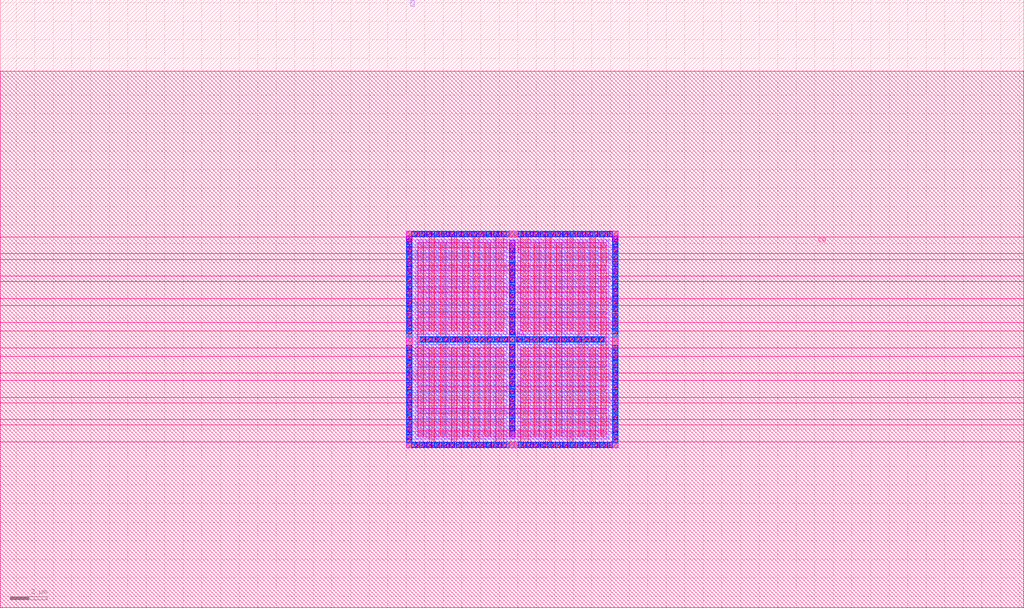
<source format=lef>
# Copyright 2020 The SkyWater PDK Authors
#
# Licensed under the Apache License, Version 2.0 (the "License");
# you may not use this file except in compliance with the License.
# You may obtain a copy of the License at
#
#     https://www.apache.org/licenses/LICENSE-2.0
#
# Unless required by applicable law or agreed to in writing, software
# distributed under the License is distributed on an "AS IS" BASIS,
# WITHOUT WARRANTIES OR CONDITIONS OF ANY KIND, either express or implied.
# See the License for the specific language governing permissions and
# limitations under the License.
#
# SPDX-License-Identifier: Apache-2.0

VERSION 5.7 ;
  NOWIREEXTENSIONATPIN ON ;
  DIVIDERCHAR "/" ;
  BUSBITCHARS "[]" ;
MACRO sky130_fd_pr__cap_vpp_11p5x11p7_l1m1m2m3m4_shieldpom5_x8
  CLASS BLOCK ;
  FOREIGN sky130_fd_pr__cap_vpp_11p5x11p7_l1m1m2m3m4_shieldpom5_x8 ;
  ORIGIN  21.85000  8.605000 ;
  SIZE  55.11000 BY  32.76500 ;
  PIN C0
    PORT
      LAYER met4 ;
        RECT -21.850000 -8.605000 33.260000  0.330000 ;
        RECT -21.850000  0.330000  0.330000  1.230000 ;
        RECT -21.850000  1.230000  5.240000  1.530000 ;
        RECT -21.850000  1.530000  0.330000  2.430000 ;
        RECT -21.850000  2.430000  5.240000  2.730000 ;
        RECT -21.850000  2.730000  0.330000  3.630000 ;
        RECT -21.850000  3.630000  5.240000  4.030000 ;
        RECT -21.850000  4.030000  0.330000  4.930000 ;
        RECT -21.850000  4.930000  5.240000  5.380000 ;
        RECT -21.850000  5.380000  0.330000  6.310000 ;
        RECT -21.850000  6.310000  5.240000  6.760000 ;
        RECT -21.850000  6.760000  0.330000  7.660000 ;
        RECT -21.850000  7.660000  5.240000  8.060000 ;
        RECT -21.850000  8.060000  0.330000  8.960000 ;
        RECT -21.850000  8.960000  5.240000  9.260000 ;
        RECT -21.850000  9.260000  0.330000 10.160000 ;
        RECT -21.850000 10.160000  5.240000 10.460000 ;
        RECT -21.850000 10.460000  0.330000 11.360000 ;
        RECT -21.850000 11.360000 33.260000 20.295000 ;
        RECT   6.170000  1.230000 33.260000  1.530000 ;
        RECT   6.170000  2.430000 33.260000  2.730000 ;
        RECT   6.170000  3.630000 33.260000  4.030000 ;
        RECT   6.170000  4.930000 33.260000  5.380000 ;
        RECT   6.170000  6.310000 33.260000  6.760000 ;
        RECT   6.170000  7.660000 33.260000  8.060000 ;
        RECT   6.170000  8.960000 33.260000  9.260000 ;
        RECT   6.170000 10.160000 33.260000 10.460000 ;
        RECT  11.080000  0.330000 33.260000  1.230000 ;
        RECT  11.080000  1.530000 33.260000  2.430000 ;
        RECT  11.080000  2.730000 33.260000  3.630000 ;
        RECT  11.080000  4.030000 33.260000  4.930000 ;
        RECT  11.080000  5.380000 33.260000  6.310000 ;
        RECT  11.080000  6.760000 33.260000  7.660000 ;
        RECT  11.080000  8.060000 33.260000  8.960000 ;
        RECT  11.080000  9.260000 33.260000 10.160000 ;
        RECT  11.080000 10.460000 33.260000 11.360000 ;
    END
  END C0
  PIN C1
    PORT
      LAYER met4 ;
        RECT 0.630000  0.630000 10.780000  0.930000 ;
        RECT 0.630000  1.830000 10.780000  2.130000 ;
        RECT 0.630000  3.030000 10.780000  3.330000 ;
        RECT 0.630000  4.330000 10.780000  4.630000 ;
        RECT 0.630000  5.680000 10.780000  6.010000 ;
        RECT 0.630000  7.060000 10.780000  7.360000 ;
        RECT 0.630000  8.360000 10.780000  8.660000 ;
        RECT 0.630000  9.560000 10.780000  9.860000 ;
        RECT 0.630000 10.760000 10.780000 11.060000 ;
        RECT 5.540000  0.930000  5.870000  1.830000 ;
        RECT 5.540000  2.130000  5.870000  3.030000 ;
        RECT 5.540000  3.330000  5.870000  4.330000 ;
        RECT 5.540000  4.630000  5.870000  5.680000 ;
        RECT 5.540000  6.010000  5.870000  7.060000 ;
        RECT 5.540000  7.360000  5.870000  8.360000 ;
        RECT 5.540000  8.660000  5.870000  9.560000 ;
        RECT 5.540000  9.860000  5.870000 10.760000 ;
    END
  END C1
  PIN M5A
    PORT
      LAYER met5 ;
        RECT 0.000000 0.000000 11.410000 11.690000 ;
    END
  END M5A
  PIN SUB
    ANTENNADIFFAREA  0.168100 ;
    PORT
      LAYER li1 ;
        RECT 0.250000 23.790000 0.420000 24.120000 ;
    END
  END SUB
  OBS
    LAYER li1 ;
      RECT  0.000000  0.000000 11.410000  0.330000 ;
      RECT  0.000000  0.330000  0.330000  0.860000 ;
      RECT  0.000000  0.860000  5.400000  1.030000 ;
      RECT  0.000000  1.030000  0.330000  1.560000 ;
      RECT  0.000000  1.560000  5.400000  1.730000 ;
      RECT  0.000000  1.730000  0.330000  2.260000 ;
      RECT  0.000000  2.260000  5.400000  2.430000 ;
      RECT  0.000000  2.430000  0.330000  2.960000 ;
      RECT  0.000000  2.960000  5.400000  3.130000 ;
      RECT  0.000000  3.130000  0.330000  3.660000 ;
      RECT  0.000000  3.660000  5.400000  3.830000 ;
      RECT  0.000000  3.830000  0.330000  4.360000 ;
      RECT  0.000000  4.360000  5.400000  4.530000 ;
      RECT  0.000000  4.530000  0.330000  5.060000 ;
      RECT  0.000000  5.060000  5.400000  5.230000 ;
      RECT  0.000000  5.230000  0.330000  5.760000 ;
      RECT  0.000000  5.760000  5.400000  5.930000 ;
      RECT  0.000000  5.930000  0.330000  6.460000 ;
      RECT  0.000000  6.460000  5.400000  6.630000 ;
      RECT  0.000000  6.630000  0.330000  7.150000 ;
      RECT  0.000000  7.150000  5.400000  7.330000 ;
      RECT  0.000000  7.330000  0.330000  7.860000 ;
      RECT  0.000000  7.860000  5.400000  8.030000 ;
      RECT  0.000000  8.030000  0.330000  8.560000 ;
      RECT  0.000000  8.560000  5.400000  8.730000 ;
      RECT  0.000000  8.730000  0.330000  9.260000 ;
      RECT  0.000000  9.260000  5.400000  9.430000 ;
      RECT  0.000000  9.430000  0.330000  9.960000 ;
      RECT  0.000000  9.960000  5.400000 10.130000 ;
      RECT  0.000000 10.130000  0.330000 10.660000 ;
      RECT  0.000000 10.660000  5.400000 10.830000 ;
      RECT  0.000000 10.830000  0.330000 11.360000 ;
      RECT  0.000000 11.360000 11.410000 11.690000 ;
      RECT  0.500000  0.500000 10.905000  0.690000 ;
      RECT  0.500000  1.200000 10.905000  1.390000 ;
      RECT  0.500000  1.900000 10.905000  2.090000 ;
      RECT  0.500000  2.600000 10.905000  2.790000 ;
      RECT  0.500000  3.300000 10.905000  3.490000 ;
      RECT  0.500000  4.000000 10.905000  4.190000 ;
      RECT  0.500000  4.700000 10.905000  4.890000 ;
      RECT  0.500000  5.400000 10.905000  5.590000 ;
      RECT  0.500000  6.100000 10.905000  6.290000 ;
      RECT  0.500000  6.800000 10.905000  6.980000 ;
      RECT  0.500000  7.500000 10.905000  7.690000 ;
      RECT  0.500000  8.200000 10.905000  8.390000 ;
      RECT  0.500000  8.900000 10.905000  9.090000 ;
      RECT  0.500000  9.600000 10.905000  9.790000 ;
      RECT  0.500000 10.300000 10.905000 10.490000 ;
      RECT  0.500000 11.000000 10.905000 11.190000 ;
      RECT  5.570000  0.690000  5.840000  1.200000 ;
      RECT  5.570000  1.390000  5.840000  1.900000 ;
      RECT  5.570000  2.090000  5.840000  2.600000 ;
      RECT  5.570000  2.790000  5.840000  3.300000 ;
      RECT  5.570000  3.490000  5.840000  4.000000 ;
      RECT  5.570000  4.190000  5.840000  4.700000 ;
      RECT  5.570000  4.890000  5.840000  5.400000 ;
      RECT  5.570000  5.590000  5.840000  6.100000 ;
      RECT  5.570000  6.290000  5.840000  6.800000 ;
      RECT  5.570000  6.980000 10.905000  6.990000 ;
      RECT  5.570000  6.990000  5.840000  7.500000 ;
      RECT  5.570000  7.690000  5.840000  8.200000 ;
      RECT  5.570000  8.390000  5.840000  8.900000 ;
      RECT  5.570000  9.090000  5.840000  9.600000 ;
      RECT  5.570000  9.790000  5.840000 10.300000 ;
      RECT  5.570000 10.490000  5.840000 11.000000 ;
      RECT  6.010000  0.860000 11.410000  1.030000 ;
      RECT  6.010000  1.560000 11.410000  1.730000 ;
      RECT  6.010000  2.260000 11.410000  2.430000 ;
      RECT  6.010000  2.960000 11.410000  3.130000 ;
      RECT  6.010000  3.660000 11.410000  3.830000 ;
      RECT  6.010000  4.360000 11.410000  4.530000 ;
      RECT  6.010000  5.060000 11.410000  5.230000 ;
      RECT  6.010000  5.760000 11.410000  5.930000 ;
      RECT  6.010000  6.460000 11.410000  6.630000 ;
      RECT  6.010000  7.160000 11.410000  7.330000 ;
      RECT  6.010000  7.860000 11.410000  8.030000 ;
      RECT  6.010000  8.560000 11.410000  8.730000 ;
      RECT  6.010000  9.260000 11.410000  9.430000 ;
      RECT  6.010000  9.960000 11.410000 10.130000 ;
      RECT  6.010000 10.660000 11.410000 10.830000 ;
      RECT 11.080000  0.330000 11.410000  0.860000 ;
      RECT 11.080000  1.030000 11.410000  1.560000 ;
      RECT 11.080000  1.730000 11.410000  2.260000 ;
      RECT 11.080000  2.430000 11.410000  2.960000 ;
      RECT 11.080000  3.130000 11.410000  3.660000 ;
      RECT 11.080000  3.830000 11.410000  4.360000 ;
      RECT 11.080000  4.530000 11.410000  5.060000 ;
      RECT 11.080000  5.230000 11.410000  5.760000 ;
      RECT 11.080000  5.930000 11.410000  6.460000 ;
      RECT 11.080000  6.630000 11.410000  7.160000 ;
      RECT 11.080000  7.330000 11.410000  7.860000 ;
      RECT 11.080000  8.030000 11.410000  8.560000 ;
      RECT 11.080000  8.730000 11.410000  9.260000 ;
      RECT 11.080000  9.430000 11.410000  9.960000 ;
      RECT 11.080000 10.130000 11.410000 10.660000 ;
      RECT 11.080000 10.830000 11.410000 11.360000 ;
    LAYER mcon ;
      RECT  0.080000  0.580000  0.250000  0.750000 ;
      RECT  0.080000  0.940000  0.250000  1.110000 ;
      RECT  0.080000  1.300000  0.250000  1.470000 ;
      RECT  0.080000  1.660000  0.250000  1.830000 ;
      RECT  0.080000  2.020000  0.250000  2.190000 ;
      RECT  0.080000  2.380000  0.250000  2.550000 ;
      RECT  0.080000  2.740000  0.250000  2.910000 ;
      RECT  0.080000  3.100000  0.250000  3.270000 ;
      RECT  0.080000  3.460000  0.250000  3.630000 ;
      RECT  0.080000  3.820000  0.250000  3.990000 ;
      RECT  0.080000  4.180000  0.250000  4.350000 ;
      RECT  0.080000  4.540000  0.250000  4.710000 ;
      RECT  0.080000  4.900000  0.250000  5.070000 ;
      RECT  0.080000  5.260000  0.250000  5.430000 ;
      RECT  0.080000  6.260000  0.250000  6.430000 ;
      RECT  0.080000  6.620000  0.250000  6.790000 ;
      RECT  0.080000  6.980000  0.250000  7.150000 ;
      RECT  0.080000  7.340000  0.250000  7.510000 ;
      RECT  0.080000  7.700000  0.250000  7.870000 ;
      RECT  0.080000  8.060000  0.250000  8.230000 ;
      RECT  0.080000  8.420000  0.250000  8.590000 ;
      RECT  0.080000  8.780000  0.250000  8.950000 ;
      RECT  0.080000  9.140000  0.250000  9.310000 ;
      RECT  0.080000  9.500000  0.250000  9.670000 ;
      RECT  0.080000  9.860000  0.250000 10.030000 ;
      RECT  0.080000 10.220000  0.250000 10.390000 ;
      RECT  0.080000 10.580000  0.250000 10.750000 ;
      RECT  0.080000 10.940000  0.250000 11.110000 ;
      RECT  0.400000  0.080000  0.570000  0.250000 ;
      RECT  0.400000 11.440000  0.570000 11.610000 ;
      RECT  0.760000  0.080000  0.930000  0.250000 ;
      RECT  0.760000 11.440000  0.930000 11.610000 ;
      RECT  1.120000  0.080000  1.290000  0.250000 ;
      RECT  1.120000 11.440000  1.290000 11.610000 ;
      RECT  1.480000  0.080000  1.650000  0.250000 ;
      RECT  1.480000 11.440000  1.650000 11.610000 ;
      RECT  1.840000  0.080000  2.010000  0.250000 ;
      RECT  1.840000 11.440000  2.010000 11.610000 ;
      RECT  2.200000  0.080000  2.370000  0.250000 ;
      RECT  2.200000 11.440000  2.370000 11.610000 ;
      RECT  2.560000  0.080000  2.730000  0.250000 ;
      RECT  2.560000 11.440000  2.730000 11.610000 ;
      RECT  2.920000  0.080000  3.090000  0.250000 ;
      RECT  2.920000 11.440000  3.090000 11.610000 ;
      RECT  3.280000  0.080000  3.450000  0.250000 ;
      RECT  3.280000 11.440000  3.450000 11.610000 ;
      RECT  3.640000  0.080000  3.810000  0.250000 ;
      RECT  3.640000 11.440000  3.810000 11.610000 ;
      RECT  4.000000  0.080000  4.170000  0.250000 ;
      RECT  4.000000 11.440000  4.170000 11.610000 ;
      RECT  4.360000  0.080000  4.530000  0.250000 ;
      RECT  4.360000 11.440000  4.530000 11.610000 ;
      RECT  4.720000  0.080000  4.890000  0.250000 ;
      RECT  4.720000 11.440000  4.890000 11.610000 ;
      RECT  5.080000  0.080000  5.250000  0.250000 ;
      RECT  5.080000 11.440000  5.250000 11.610000 ;
      RECT  5.440000  0.080000  5.610000  0.250000 ;
      RECT  5.440000 11.440000  5.610000 11.610000 ;
      RECT  5.620000  0.590000  5.790000  0.760000 ;
      RECT  5.620000  0.950000  5.790000  1.120000 ;
      RECT  5.620000  1.310000  5.790000  1.480000 ;
      RECT  5.620000  1.670000  5.790000  1.840000 ;
      RECT  5.620000  2.030000  5.790000  2.200000 ;
      RECT  5.620000  2.390000  5.790000  2.560000 ;
      RECT  5.620000  2.750000  5.790000  2.920000 ;
      RECT  5.620000  3.110000  5.790000  3.280000 ;
      RECT  5.620000  3.470000  5.790000  3.640000 ;
      RECT  5.620000  3.830000  5.790000  4.000000 ;
      RECT  5.620000  4.190000  5.790000  4.360000 ;
      RECT  5.620000  4.550000  5.790000  4.720000 ;
      RECT  5.620000  4.910000  5.790000  5.080000 ;
      RECT  5.620000  5.270000  5.790000  5.440000 ;
      RECT  5.620000  6.250000  5.790000  6.420000 ;
      RECT  5.620000  6.610000  5.790000  6.780000 ;
      RECT  5.620000  6.970000  5.790000  7.140000 ;
      RECT  5.620000  7.330000  5.790000  7.500000 ;
      RECT  5.620000  7.690000  5.790000  7.860000 ;
      RECT  5.620000  8.050000  5.790000  8.220000 ;
      RECT  5.620000  8.410000  5.790000  8.580000 ;
      RECT  5.620000  8.770000  5.790000  8.940000 ;
      RECT  5.620000  9.130000  5.790000  9.300000 ;
      RECT  5.620000  9.490000  5.790000  9.660000 ;
      RECT  5.620000  9.850000  5.790000 10.020000 ;
      RECT  5.620000 10.210000  5.790000 10.380000 ;
      RECT  5.620000 10.570000  5.790000 10.740000 ;
      RECT  5.620000 10.930000  5.790000 11.100000 ;
      RECT  5.800000  0.080000  5.970000  0.250000 ;
      RECT  5.800000 11.440000  5.970000 11.610000 ;
      RECT  6.160000  0.080000  6.330000  0.250000 ;
      RECT  6.160000 11.440000  6.330000 11.610000 ;
      RECT  6.520000  0.080000  6.690000  0.250000 ;
      RECT  6.520000 11.440000  6.690000 11.610000 ;
      RECT  6.880000  0.080000  7.050000  0.250000 ;
      RECT  6.880000 11.440000  7.050000 11.610000 ;
      RECT  7.240000  0.080000  7.410000  0.250000 ;
      RECT  7.240000 11.440000  7.410000 11.610000 ;
      RECT  7.600000  0.080000  7.770000  0.250000 ;
      RECT  7.600000 11.440000  7.770000 11.610000 ;
      RECT  7.960000  0.080000  8.130000  0.250000 ;
      RECT  7.960000 11.440000  8.130000 11.610000 ;
      RECT  8.320000  0.080000  8.490000  0.250000 ;
      RECT  8.320000 11.440000  8.490000 11.610000 ;
      RECT  8.680000  0.080000  8.850000  0.250000 ;
      RECT  8.680000 11.440000  8.850000 11.610000 ;
      RECT  9.040000  0.080000  9.210000  0.250000 ;
      RECT  9.040000 11.440000  9.210000 11.610000 ;
      RECT  9.400000  0.080000  9.570000  0.250000 ;
      RECT  9.400000 11.440000  9.570000 11.610000 ;
      RECT  9.760000  0.080000  9.930000  0.250000 ;
      RECT  9.760000 11.440000  9.930000 11.610000 ;
      RECT 10.120000  0.080000 10.290000  0.250000 ;
      RECT 10.120000 11.440000 10.290000 11.610000 ;
      RECT 10.480000  0.080000 10.650000  0.250000 ;
      RECT 10.480000 11.440000 10.650000 11.610000 ;
      RECT 10.840000  0.080000 11.010000  0.250000 ;
      RECT 10.840000 11.440000 11.010000 11.610000 ;
      RECT 11.160000  0.580000 11.330000  0.750000 ;
      RECT 11.160000  0.940000 11.330000  1.110000 ;
      RECT 11.160000  1.300000 11.330000  1.470000 ;
      RECT 11.160000  1.660000 11.330000  1.830000 ;
      RECT 11.160000  2.020000 11.330000  2.190000 ;
      RECT 11.160000  2.380000 11.330000  2.550000 ;
      RECT 11.160000  2.740000 11.330000  2.910000 ;
      RECT 11.160000  3.100000 11.330000  3.270000 ;
      RECT 11.160000  3.460000 11.330000  3.630000 ;
      RECT 11.160000  3.820000 11.330000  3.990000 ;
      RECT 11.160000  4.180000 11.330000  4.350000 ;
      RECT 11.160000  4.540000 11.330000  4.710000 ;
      RECT 11.160000  4.900000 11.330000  5.070000 ;
      RECT 11.160000  5.260000 11.330000  5.430000 ;
      RECT 11.160000  6.260000 11.330000  6.430000 ;
      RECT 11.160000  6.620000 11.330000  6.790000 ;
      RECT 11.160000  6.980000 11.330000  7.150000 ;
      RECT 11.160000  7.340000 11.330000  7.510000 ;
      RECT 11.160000  7.700000 11.330000  7.870000 ;
      RECT 11.160000  8.060000 11.330000  8.230000 ;
      RECT 11.160000  8.420000 11.330000  8.590000 ;
      RECT 11.160000  8.780000 11.330000  8.950000 ;
      RECT 11.160000  9.140000 11.330000  9.310000 ;
      RECT 11.160000  9.500000 11.330000  9.670000 ;
      RECT 11.160000  9.860000 11.330000 10.030000 ;
      RECT 11.160000 10.220000 11.330000 10.390000 ;
      RECT 11.160000 10.580000 11.330000 10.750000 ;
      RECT 11.160000 10.940000 11.330000 11.110000 ;
    LAYER met1 ;
      RECT  0.000000  0.000000 11.410000  0.330000 ;
      RECT  0.000000  0.330000  0.330000 11.360000 ;
      RECT  0.000000 11.360000 11.410000 11.690000 ;
      RECT  0.500000  0.470000  0.640000  5.685000 ;
      RECT  0.500000  5.685000 10.910000  6.005000 ;
      RECT  0.500000  6.005000  0.640000 11.220000 ;
      RECT  0.780000  0.330000  0.920000  5.545000 ;
      RECT  0.780000  6.145000  0.920000 11.360000 ;
      RECT  1.060000  0.470000  1.200000  5.685000 ;
      RECT  1.060000  6.005000  1.200000 11.220000 ;
      RECT  1.340000  0.330000  1.480000  5.545000 ;
      RECT  1.340000  6.145000  1.480000 11.360000 ;
      RECT  1.620000  0.470000  1.760000  5.685000 ;
      RECT  1.620000  6.005000  1.760000 11.220000 ;
      RECT  1.900000  0.330000  2.040000  5.545000 ;
      RECT  1.900000  6.145000  2.040000 11.360000 ;
      RECT  2.180000  0.470000  2.320000  5.685000 ;
      RECT  2.180000  6.005000  2.320000 11.220000 ;
      RECT  2.460000  0.330000  2.600000  5.545000 ;
      RECT  2.460000  6.145000  2.600000 11.360000 ;
      RECT  2.740000  0.470000  2.880000  5.685000 ;
      RECT  2.740000  6.005000  2.880000 11.220000 ;
      RECT  3.020000  0.330000  3.160000  5.545000 ;
      RECT  3.020000  6.145000  3.160000 11.360000 ;
      RECT  3.300000  0.470000  3.440000  5.685000 ;
      RECT  3.300000  6.005000  3.440000 11.220000 ;
      RECT  3.580000  0.330000  3.720000  5.545000 ;
      RECT  3.580000  6.145000  3.720000 11.360000 ;
      RECT  3.860000  0.470000  4.000000  5.685000 ;
      RECT  3.860000  6.005000  4.000000 11.220000 ;
      RECT  4.140000  0.330000  4.280000  5.545000 ;
      RECT  4.140000  6.145000  4.280000 11.360000 ;
      RECT  4.420000  0.470000  4.560000  5.685000 ;
      RECT  4.420000  6.005000  4.560000 11.220000 ;
      RECT  4.700000  0.330000  4.840000  5.545000 ;
      RECT  4.700000  6.145000  4.840000 11.360000 ;
      RECT  4.980000  0.470000  5.120000  5.685000 ;
      RECT  4.980000  6.005000  5.120000 11.220000 ;
      RECT  5.260000  0.330000  5.400000  5.545000 ;
      RECT  5.260000  6.145000  5.400000 11.360000 ;
      RECT  5.570000  0.470000  5.840000  5.685000 ;
      RECT  5.570000  6.005000  5.840000 11.220000 ;
      RECT  6.010000  0.330000  6.150000  5.545000 ;
      RECT  6.010000  6.145000  6.150000 11.360000 ;
      RECT  6.290000  0.470000  6.430000  5.685000 ;
      RECT  6.290000  6.005000  6.430000 11.220000 ;
      RECT  6.570000  0.330000  6.710000  5.545000 ;
      RECT  6.570000  6.145000  6.710000 11.360000 ;
      RECT  6.850000  0.470000  6.990000  5.685000 ;
      RECT  6.850000  6.005000  6.990000 11.220000 ;
      RECT  7.130000  0.330000  7.270000  5.545000 ;
      RECT  7.130000  6.145000  7.270000 11.360000 ;
      RECT  7.410000  0.470000  7.550000  5.685000 ;
      RECT  7.410000  6.005000  7.550000 11.220000 ;
      RECT  7.690000  0.330000  7.830000  5.545000 ;
      RECT  7.690000  6.145000  7.830000 11.360000 ;
      RECT  7.970000  0.470000  8.110000  5.685000 ;
      RECT  7.970000  6.005000  8.110000 11.220000 ;
      RECT  8.250000  0.330000  8.390000  5.545000 ;
      RECT  8.250000  6.145000  8.390000 11.360000 ;
      RECT  8.530000  0.470000  8.670000  5.685000 ;
      RECT  8.530000  6.005000  8.670000 11.220000 ;
      RECT  8.810000  0.330000  8.950000  5.545000 ;
      RECT  8.810000  6.145000  8.950000 11.360000 ;
      RECT  9.090000  0.470000  9.230000  5.685000 ;
      RECT  9.090000  6.005000  9.230000 11.220000 ;
      RECT  9.370000  0.330000  9.510000  5.545000 ;
      RECT  9.370000  6.145000  9.510000 11.360000 ;
      RECT  9.650000  0.470000  9.790000  5.685000 ;
      RECT  9.650000  6.005000  9.790000 11.220000 ;
      RECT  9.930000  0.330000 10.070000  5.545000 ;
      RECT  9.930000  6.145000 10.070000 11.360000 ;
      RECT 10.210000  0.470000 10.350000  5.685000 ;
      RECT 10.210000  6.005000 10.350000 11.220000 ;
      RECT 10.490000  0.330000 10.630000  5.545000 ;
      RECT 10.490000  6.145000 10.630000 11.360000 ;
      RECT 10.770000  0.470000 10.910000  5.685000 ;
      RECT 10.770000  6.005000 10.910000 11.220000 ;
      RECT 11.080000  0.330000 11.410000 11.360000 ;
    LAYER met2 ;
      RECT  0.000000  0.000000  5.430000  0.330000 ;
      RECT  0.000000  0.330000  0.330000  0.750000 ;
      RECT  0.000000  0.750000  5.425000  0.890000 ;
      RECT  0.000000  0.890000  0.330000  1.310000 ;
      RECT  0.000000  1.310000  5.425000  1.450000 ;
      RECT  0.000000  1.450000  0.330000  1.870000 ;
      RECT  0.000000  1.870000  5.425000  2.010000 ;
      RECT  0.000000  2.010000  0.330000  2.430000 ;
      RECT  0.000000  2.430000  5.425000  2.570000 ;
      RECT  0.000000  2.570000  0.330000  2.990000 ;
      RECT  0.000000  2.990000  5.425000  3.130000 ;
      RECT  0.000000  3.130000  0.330000  3.550000 ;
      RECT  0.000000  3.550000  5.425000  3.690000 ;
      RECT  0.000000  3.690000  0.330000  4.110000 ;
      RECT  0.000000  4.110000  5.425000  4.250000 ;
      RECT  0.000000  4.250000  0.330000  4.670000 ;
      RECT  0.000000  4.670000  5.425000  4.810000 ;
      RECT  0.000000  4.810000  0.330000  5.230000 ;
      RECT  0.000000  5.230000  5.425000  5.565000 ;
      RECT  0.000000  5.565000  0.330000  5.570000 ;
      RECT  0.000000  5.710000 11.410000  5.980000 ;
      RECT  0.000000  6.120000  0.330000  6.125000 ;
      RECT  0.000000  6.125000  5.425000  6.460000 ;
      RECT  0.000000  6.460000  0.330000  6.880000 ;
      RECT  0.000000  6.880000  5.425000  7.020000 ;
      RECT  0.000000  7.020000  0.330000  7.440000 ;
      RECT  0.000000  7.440000  5.425000  7.580000 ;
      RECT  0.000000  7.580000  0.330000  8.000000 ;
      RECT  0.000000  8.000000  5.425000  8.140000 ;
      RECT  0.000000  8.140000  0.330000  8.560000 ;
      RECT  0.000000  8.560000  5.425000  8.700000 ;
      RECT  0.000000  8.700000  0.330000  9.120000 ;
      RECT  0.000000  9.120000  5.425000  9.260000 ;
      RECT  0.000000  9.260000  0.330000  9.680000 ;
      RECT  0.000000  9.680000  5.425000  9.820000 ;
      RECT  0.000000  9.820000  0.330000 10.240000 ;
      RECT  0.000000 10.240000  5.425000 10.380000 ;
      RECT  0.000000 10.380000  0.330000 10.800000 ;
      RECT  0.000000 10.800000  5.425000 10.940000 ;
      RECT  0.000000 10.940000  0.330000 11.360000 ;
      RECT  0.000000 11.360000  5.430000 11.690000 ;
      RECT  0.370000  5.705000 11.040000  5.710000 ;
      RECT  0.370000  5.980000 11.040000  5.985000 ;
      RECT  0.470000  0.470000 10.940000  0.610000 ;
      RECT  0.470000  1.030000 10.940000  1.170000 ;
      RECT  0.470000  1.590000 10.940000  1.730000 ;
      RECT  0.470000  2.150000 10.940000  2.290000 ;
      RECT  0.470000  2.710000 10.940000  2.850000 ;
      RECT  0.470000  3.270000 10.940000  3.410000 ;
      RECT  0.470000  3.830000 10.940000  3.970000 ;
      RECT  0.470000  4.390000 10.940000  4.530000 ;
      RECT  0.470000  4.950000 10.940000  5.090000 ;
      RECT  0.470000  6.600000 10.940000  6.740000 ;
      RECT  0.470000  7.160000 10.940000  7.300000 ;
      RECT  0.470000  7.720000 10.940000  7.860000 ;
      RECT  0.470000  8.280000 10.940000  8.420000 ;
      RECT  0.470000  8.840000 10.940000  8.980000 ;
      RECT  0.470000  9.400000 10.940000  9.540000 ;
      RECT  0.470000  9.960000 10.940000 10.100000 ;
      RECT  0.470000 10.520000 10.940000 10.660000 ;
      RECT  0.470000 11.080000 10.940000 11.220000 ;
      RECT  5.565000  0.610000  5.845000  1.030000 ;
      RECT  5.565000  1.170000  5.845000  1.590000 ;
      RECT  5.565000  1.730000  5.845000  2.150000 ;
      RECT  5.565000  2.290000  5.845000  2.710000 ;
      RECT  5.565000  2.850000  5.845000  3.270000 ;
      RECT  5.565000  3.410000  5.845000  3.830000 ;
      RECT  5.565000  3.970000  5.845000  4.390000 ;
      RECT  5.565000  4.530000  5.845000  4.950000 ;
      RECT  5.565000  5.090000  5.845000  5.705000 ;
      RECT  5.565000  5.985000  5.845000  6.600000 ;
      RECT  5.565000  6.740000  5.845000  7.160000 ;
      RECT  5.565000  7.300000  5.845000  7.720000 ;
      RECT  5.565000  7.860000  5.845000  8.280000 ;
      RECT  5.565000  8.420000  5.845000  8.840000 ;
      RECT  5.565000  8.980000  5.845000  9.400000 ;
      RECT  5.565000  9.540000  5.845000  9.960000 ;
      RECT  5.565000 10.100000  5.845000 10.520000 ;
      RECT  5.565000 10.660000  5.845000 11.080000 ;
      RECT  5.570000  0.000000  5.840000  0.470000 ;
      RECT  5.570000 11.220000  5.840000 11.690000 ;
      RECT  5.980000  0.000000 11.410000  0.330000 ;
      RECT  5.980000 11.360000 11.410000 11.690000 ;
      RECT  5.985000  0.750000 11.410000  0.890000 ;
      RECT  5.985000  1.310000 11.410000  1.450000 ;
      RECT  5.985000  1.870000 11.410000  2.010000 ;
      RECT  5.985000  2.430000 11.410000  2.570000 ;
      RECT  5.985000  2.990000 11.410000  3.130000 ;
      RECT  5.985000  3.550000 11.410000  3.690000 ;
      RECT  5.985000  4.110000 11.410000  4.250000 ;
      RECT  5.985000  4.670000 11.410000  4.810000 ;
      RECT  5.985000  5.230000 11.410000  5.565000 ;
      RECT  5.985000  6.125000 11.410000  6.460000 ;
      RECT  5.985000  6.880000 11.410000  7.020000 ;
      RECT  5.985000  7.440000 11.410000  7.580000 ;
      RECT  5.985000  8.000000 11.410000  8.140000 ;
      RECT  5.985000  8.560000 11.410000  8.700000 ;
      RECT  5.985000  9.120000 11.410000  9.260000 ;
      RECT  5.985000  9.680000 11.410000  9.820000 ;
      RECT  5.985000 10.240000 11.410000 10.380000 ;
      RECT  5.985000 10.800000 11.410000 10.940000 ;
      RECT 11.080000  0.330000 11.410000  0.750000 ;
      RECT 11.080000  0.890000 11.410000  1.310000 ;
      RECT 11.080000  1.450000 11.410000  1.870000 ;
      RECT 11.080000  2.010000 11.410000  2.430000 ;
      RECT 11.080000  2.570000 11.410000  2.990000 ;
      RECT 11.080000  3.130000 11.410000  3.550000 ;
      RECT 11.080000  3.690000 11.410000  4.110000 ;
      RECT 11.080000  4.250000 11.410000  4.670000 ;
      RECT 11.080000  4.810000 11.410000  5.230000 ;
      RECT 11.080000  5.565000 11.410000  5.570000 ;
      RECT 11.080000  6.120000 11.410000  6.125000 ;
      RECT 11.080000  6.460000 11.410000  6.880000 ;
      RECT 11.080000  7.020000 11.410000  7.440000 ;
      RECT 11.080000  7.580000 11.410000  8.000000 ;
      RECT 11.080000  8.140000 11.410000  8.560000 ;
      RECT 11.080000  8.700000 11.410000  9.120000 ;
      RECT 11.080000  9.260000 11.410000  9.680000 ;
      RECT 11.080000  9.820000 11.410000 10.240000 ;
      RECT 11.080000 10.380000 11.410000 10.800000 ;
      RECT 11.080000 10.940000 11.410000 11.360000 ;
    LAYER met3 ;
      RECT  0.000000  0.000000 11.410000  0.330000 ;
      RECT  0.000000  0.330000  0.330000 11.360000 ;
      RECT  0.000000 11.360000 11.410000 11.690000 ;
      RECT  0.630000  0.630000  0.930000  5.680000 ;
      RECT  0.630000  5.680000 10.780000  6.010000 ;
      RECT  0.630000  6.010000  0.930000 11.060000 ;
      RECT  1.230000  0.330000  1.530000  5.380000 ;
      RECT  1.230000  6.310000  1.530000 11.360000 ;
      RECT  1.830000  0.630000  2.130000  5.680000 ;
      RECT  1.830000  6.010000  2.130000 11.060000 ;
      RECT  2.430000  0.330000  2.730000  5.380000 ;
      RECT  2.430000  6.310000  2.730000 11.360000 ;
      RECT  3.030000  0.630000  3.330000  5.680000 ;
      RECT  3.030000  6.010000  3.330000 11.060000 ;
      RECT  3.630000  0.330000  3.930000  5.380000 ;
      RECT  3.630000  6.310000  3.930000 11.360000 ;
      RECT  4.230000  0.630000  4.530000  5.680000 ;
      RECT  4.230000  6.010000  4.530000 11.060000 ;
      RECT  4.830000  0.330000  5.240000  5.380000 ;
      RECT  4.830000  6.310000  5.240000 11.360000 ;
      RECT  5.540000  0.630000  5.870000  5.680000 ;
      RECT  5.540000  6.010000  5.870000 11.060000 ;
      RECT  6.170000  0.330000  6.580000  5.380000 ;
      RECT  6.170000  6.310000  6.580000 11.360000 ;
      RECT  6.880000  0.630000  7.180000  5.680000 ;
      RECT  6.880000  6.010000  7.180000 11.060000 ;
      RECT  7.480000  0.330000  7.780000  5.380000 ;
      RECT  7.480000  6.310000  7.780000 11.360000 ;
      RECT  8.080000  0.630000  8.380000  5.680000 ;
      RECT  8.080000  6.010000  8.380000 11.060000 ;
      RECT  8.680000  0.330000  8.980000  5.380000 ;
      RECT  8.680000  6.310000  8.980000 11.360000 ;
      RECT  9.280000  0.630000  9.580000  5.680000 ;
      RECT  9.280000  6.010000  9.580000 11.060000 ;
      RECT  9.880000  0.330000 10.180000  5.380000 ;
      RECT  9.880000  6.310000 10.180000 11.360000 ;
      RECT 10.480000  0.630000 10.780000  5.680000 ;
      RECT 10.480000  6.010000 10.780000 11.060000 ;
      RECT 11.080000  0.330000 11.410000 11.360000 ;
    LAYER via ;
      RECT  0.035000  0.280000  0.295000  0.540000 ;
      RECT  0.035000  0.600000  0.295000  0.860000 ;
      RECT  0.035000  0.920000  0.295000  1.180000 ;
      RECT  0.035000  1.240000  0.295000  1.500000 ;
      RECT  0.035000  1.560000  0.295000  1.820000 ;
      RECT  0.035000  1.880000  0.295000  2.140000 ;
      RECT  0.035000  2.200000  0.295000  2.460000 ;
      RECT  0.035000  2.520000  0.295000  2.780000 ;
      RECT  0.035000  2.840000  0.295000  3.100000 ;
      RECT  0.035000  3.160000  0.295000  3.420000 ;
      RECT  0.035000  3.480000  0.295000  3.740000 ;
      RECT  0.035000  3.800000  0.295000  4.060000 ;
      RECT  0.035000  4.120000  0.295000  4.380000 ;
      RECT  0.035000  4.440000  0.295000  4.700000 ;
      RECT  0.035000  4.760000  0.295000  5.020000 ;
      RECT  0.035000  5.080000  0.295000  5.340000 ;
      RECT  0.035000  6.350000  0.295000  6.610000 ;
      RECT  0.035000  6.670000  0.295000  6.930000 ;
      RECT  0.035000  6.990000  0.295000  7.250000 ;
      RECT  0.035000  7.310000  0.295000  7.570000 ;
      RECT  0.035000  7.630000  0.295000  7.890000 ;
      RECT  0.035000  7.950000  0.295000  8.210000 ;
      RECT  0.035000  8.270000  0.295000  8.530000 ;
      RECT  0.035000  8.590000  0.295000  8.850000 ;
      RECT  0.035000  8.910000  0.295000  9.170000 ;
      RECT  0.035000  9.230000  0.295000  9.490000 ;
      RECT  0.035000  9.550000  0.295000  9.810000 ;
      RECT  0.035000  9.870000  0.295000 10.130000 ;
      RECT  0.035000 10.190000  0.295000 10.450000 ;
      RECT  0.035000 10.510000  0.295000 10.770000 ;
      RECT  0.035000 10.830000  0.295000 11.090000 ;
      RECT  0.035000 11.150000  0.295000 11.410000 ;
      RECT  0.440000  0.035000  0.700000  0.295000 ;
      RECT  0.440000 11.395000  0.700000 11.655000 ;
      RECT  0.760000  0.035000  1.020000  0.295000 ;
      RECT  0.760000  5.715000  1.020000  5.975000 ;
      RECT  0.760000 11.395000  1.020000 11.655000 ;
      RECT  1.080000  0.035000  1.340000  0.295000 ;
      RECT  1.080000  5.715000  1.340000  5.975000 ;
      RECT  1.080000 11.395000  1.340000 11.655000 ;
      RECT  1.400000  0.035000  1.660000  0.295000 ;
      RECT  1.400000  5.715000  1.660000  5.975000 ;
      RECT  1.400000 11.395000  1.660000 11.655000 ;
      RECT  1.720000  0.035000  1.980000  0.295000 ;
      RECT  1.720000  5.715000  1.980000  5.975000 ;
      RECT  1.720000 11.395000  1.980000 11.655000 ;
      RECT  2.040000  0.035000  2.300000  0.295000 ;
      RECT  2.040000  5.715000  2.300000  5.975000 ;
      RECT  2.040000 11.395000  2.300000 11.655000 ;
      RECT  2.360000  0.035000  2.620000  0.295000 ;
      RECT  2.360000  5.715000  2.620000  5.975000 ;
      RECT  2.360000 11.395000  2.620000 11.655000 ;
      RECT  2.680000  0.035000  2.940000  0.295000 ;
      RECT  2.680000  5.715000  2.940000  5.975000 ;
      RECT  2.680000 11.395000  2.940000 11.655000 ;
      RECT  3.000000  0.035000  3.260000  0.295000 ;
      RECT  3.000000  5.715000  3.260000  5.975000 ;
      RECT  3.000000 11.395000  3.260000 11.655000 ;
      RECT  3.320000  0.035000  3.580000  0.295000 ;
      RECT  3.320000  5.715000  3.580000  5.975000 ;
      RECT  3.320000 11.395000  3.580000 11.655000 ;
      RECT  3.640000  0.035000  3.900000  0.295000 ;
      RECT  3.640000  5.715000  3.900000  5.975000 ;
      RECT  3.640000 11.395000  3.900000 11.655000 ;
      RECT  3.960000  0.035000  4.220000  0.295000 ;
      RECT  3.960000  5.715000  4.220000  5.975000 ;
      RECT  3.960000 11.395000  4.220000 11.655000 ;
      RECT  4.280000  0.035000  4.540000  0.295000 ;
      RECT  4.280000  5.715000  4.540000  5.975000 ;
      RECT  4.280000 11.395000  4.540000 11.655000 ;
      RECT  4.600000  0.035000  4.860000  0.295000 ;
      RECT  4.600000  5.715000  4.860000  5.975000 ;
      RECT  4.600000 11.395000  4.860000 11.655000 ;
      RECT  4.920000  0.035000  5.180000  0.295000 ;
      RECT  4.920000  5.715000  5.180000  5.975000 ;
      RECT  4.920000 11.395000  5.180000 11.655000 ;
      RECT  5.240000  5.715000  5.500000  5.975000 ;
      RECT  5.575000  0.505000  5.835000  0.765000 ;
      RECT  5.575000  0.825000  5.835000  1.085000 ;
      RECT  5.575000  1.145000  5.835000  1.405000 ;
      RECT  5.575000  1.465000  5.835000  1.725000 ;
      RECT  5.575000  1.785000  5.835000  2.045000 ;
      RECT  5.575000  2.105000  5.835000  2.365000 ;
      RECT  5.575000  2.425000  5.835000  2.685000 ;
      RECT  5.575000  2.745000  5.835000  3.005000 ;
      RECT  5.575000  3.065000  5.835000  3.325000 ;
      RECT  5.575000  3.385000  5.835000  3.645000 ;
      RECT  5.575000  3.705000  5.835000  3.965000 ;
      RECT  5.575000  4.025000  5.835000  4.285000 ;
      RECT  5.575000  4.345000  5.835000  4.605000 ;
      RECT  5.575000  4.665000  5.835000  4.925000 ;
      RECT  5.575000  4.985000  5.835000  5.245000 ;
      RECT  5.575000  5.305000  5.835000  5.565000 ;
      RECT  5.575000  6.125000  5.835000  6.385000 ;
      RECT  5.575000  6.445000  5.835000  6.705000 ;
      RECT  5.575000  6.765000  5.835000  7.025000 ;
      RECT  5.575000  7.085000  5.835000  7.345000 ;
      RECT  5.575000  7.405000  5.835000  7.665000 ;
      RECT  5.575000  7.725000  5.835000  7.985000 ;
      RECT  5.575000  8.045000  5.835000  8.305000 ;
      RECT  5.575000  8.365000  5.835000  8.625000 ;
      RECT  5.575000  8.685000  5.835000  8.945000 ;
      RECT  5.575000  9.005000  5.835000  9.265000 ;
      RECT  5.575000  9.325000  5.835000  9.585000 ;
      RECT  5.575000  9.645000  5.835000  9.905000 ;
      RECT  5.575000  9.965000  5.835000 10.225000 ;
      RECT  5.575000 10.285000  5.835000 10.545000 ;
      RECT  5.575000 10.605000  5.835000 10.865000 ;
      RECT  5.575000 10.925000  5.835000 11.185000 ;
      RECT  5.910000  5.715000  6.170000  5.975000 ;
      RECT  6.230000  0.035000  6.490000  0.295000 ;
      RECT  6.230000  5.715000  6.490000  5.975000 ;
      RECT  6.230000 11.395000  6.490000 11.655000 ;
      RECT  6.550000  0.035000  6.810000  0.295000 ;
      RECT  6.550000  5.715000  6.810000  5.975000 ;
      RECT  6.550000 11.395000  6.810000 11.655000 ;
      RECT  6.870000  0.035000  7.130000  0.295000 ;
      RECT  6.870000  5.715000  7.130000  5.975000 ;
      RECT  6.870000 11.395000  7.130000 11.655000 ;
      RECT  7.190000  0.035000  7.450000  0.295000 ;
      RECT  7.190000  5.715000  7.450000  5.975000 ;
      RECT  7.190000 11.395000  7.450000 11.655000 ;
      RECT  7.510000  0.035000  7.770000  0.295000 ;
      RECT  7.510000  5.715000  7.770000  5.975000 ;
      RECT  7.510000 11.395000  7.770000 11.655000 ;
      RECT  7.830000  0.035000  8.090000  0.295000 ;
      RECT  7.830000  5.715000  8.090000  5.975000 ;
      RECT  7.830000 11.395000  8.090000 11.655000 ;
      RECT  8.150000  0.035000  8.410000  0.295000 ;
      RECT  8.150000  5.715000  8.410000  5.975000 ;
      RECT  8.150000 11.395000  8.410000 11.655000 ;
      RECT  8.470000  0.035000  8.730000  0.295000 ;
      RECT  8.470000  5.715000  8.730000  5.975000 ;
      RECT  8.470000 11.395000  8.730000 11.655000 ;
      RECT  8.790000  0.035000  9.050000  0.295000 ;
      RECT  8.790000  5.715000  9.050000  5.975000 ;
      RECT  8.790000 11.395000  9.050000 11.655000 ;
      RECT  9.110000  0.035000  9.370000  0.295000 ;
      RECT  9.110000  5.715000  9.370000  5.975000 ;
      RECT  9.110000 11.395000  9.370000 11.655000 ;
      RECT  9.430000  0.035000  9.690000  0.295000 ;
      RECT  9.430000  5.715000  9.690000  5.975000 ;
      RECT  9.430000 11.395000  9.690000 11.655000 ;
      RECT  9.750000  0.035000 10.010000  0.295000 ;
      RECT  9.750000  5.715000 10.010000  5.975000 ;
      RECT  9.750000 11.395000 10.010000 11.655000 ;
      RECT 10.070000  0.035000 10.330000  0.295000 ;
      RECT 10.070000  5.715000 10.330000  5.975000 ;
      RECT 10.070000 11.395000 10.330000 11.655000 ;
      RECT 10.390000  0.035000 10.650000  0.295000 ;
      RECT 10.390000  5.715000 10.650000  5.975000 ;
      RECT 10.390000 11.395000 10.650000 11.655000 ;
      RECT 10.710000  0.035000 10.970000  0.295000 ;
      RECT 10.710000 11.395000 10.970000 11.655000 ;
      RECT 11.115000  0.280000 11.375000  0.540000 ;
      RECT 11.115000  0.600000 11.375000  0.860000 ;
      RECT 11.115000  0.920000 11.375000  1.180000 ;
      RECT 11.115000  1.240000 11.375000  1.500000 ;
      RECT 11.115000  1.560000 11.375000  1.820000 ;
      RECT 11.115000  1.880000 11.375000  2.140000 ;
      RECT 11.115000  2.200000 11.375000  2.460000 ;
      RECT 11.115000  2.520000 11.375000  2.780000 ;
      RECT 11.115000  2.840000 11.375000  3.100000 ;
      RECT 11.115000  3.160000 11.375000  3.420000 ;
      RECT 11.115000  3.480000 11.375000  3.740000 ;
      RECT 11.115000  3.800000 11.375000  4.060000 ;
      RECT 11.115000  4.120000 11.375000  4.380000 ;
      RECT 11.115000  4.440000 11.375000  4.700000 ;
      RECT 11.115000  4.760000 11.375000  5.020000 ;
      RECT 11.115000  5.080000 11.375000  5.340000 ;
      RECT 11.115000  6.350000 11.375000  6.610000 ;
      RECT 11.115000  6.670000 11.375000  6.930000 ;
      RECT 11.115000  6.990000 11.375000  7.250000 ;
      RECT 11.115000  7.310000 11.375000  7.570000 ;
      RECT 11.115000  7.630000 11.375000  7.890000 ;
      RECT 11.115000  7.950000 11.375000  8.210000 ;
      RECT 11.115000  8.270000 11.375000  8.530000 ;
      RECT 11.115000  8.590000 11.375000  8.850000 ;
      RECT 11.115000  8.910000 11.375000  9.170000 ;
      RECT 11.115000  9.230000 11.375000  9.490000 ;
      RECT 11.115000  9.550000 11.375000  9.810000 ;
      RECT 11.115000  9.870000 11.375000 10.130000 ;
      RECT 11.115000 10.190000 11.375000 10.450000 ;
      RECT 11.115000 10.510000 11.375000 10.770000 ;
      RECT 11.115000 10.830000 11.375000 11.090000 ;
      RECT 11.115000 11.150000 11.375000 11.410000 ;
    LAYER via2 ;
      RECT  0.025000  0.445000  0.305000  0.725000 ;
      RECT  0.025000  0.845000  0.305000  1.125000 ;
      RECT  0.025000  1.245000  0.305000  1.525000 ;
      RECT  0.025000  1.645000  0.305000  1.925000 ;
      RECT  0.025000  2.045000  0.305000  2.325000 ;
      RECT  0.025000  2.445000  0.305000  2.725000 ;
      RECT  0.025000  2.845000  0.305000  3.125000 ;
      RECT  0.025000  3.245000  0.305000  3.525000 ;
      RECT  0.025000  3.645000  0.305000  3.925000 ;
      RECT  0.025000  4.045000  0.305000  4.325000 ;
      RECT  0.025000  4.445000  0.305000  4.725000 ;
      RECT  0.025000  4.845000  0.305000  5.125000 ;
      RECT  0.025000  5.245000  0.305000  5.525000 ;
      RECT  0.025000  6.165000  0.305000  6.445000 ;
      RECT  0.025000  6.565000  0.305000  6.845000 ;
      RECT  0.025000  6.965000  0.305000  7.245000 ;
      RECT  0.025000  7.365000  0.305000  7.645000 ;
      RECT  0.025000  7.765000  0.305000  8.045000 ;
      RECT  0.025000  8.165000  0.305000  8.445000 ;
      RECT  0.025000  8.565000  0.305000  8.845000 ;
      RECT  0.025000  8.965000  0.305000  9.245000 ;
      RECT  0.025000  9.365000  0.305000  9.645000 ;
      RECT  0.025000  9.765000  0.305000 10.045000 ;
      RECT  0.025000 10.165000  0.305000 10.445000 ;
      RECT  0.025000 10.565000  0.305000 10.845000 ;
      RECT  0.025000 10.965000  0.305000 11.245000 ;
      RECT  0.305000  0.025000  0.585000  0.305000 ;
      RECT  0.305000 11.385000  0.585000 11.665000 ;
      RECT  0.705000  0.025000  0.985000  0.305000 ;
      RECT  0.705000 11.385000  0.985000 11.665000 ;
      RECT  0.765000  5.705000  1.045000  5.985000 ;
      RECT  1.105000  0.025000  1.385000  0.305000 ;
      RECT  1.105000 11.385000  1.385000 11.665000 ;
      RECT  1.165000  5.705000  1.445000  5.985000 ;
      RECT  1.505000  0.025000  1.785000  0.305000 ;
      RECT  1.505000 11.385000  1.785000 11.665000 ;
      RECT  1.565000  5.705000  1.845000  5.985000 ;
      RECT  1.905000  0.025000  2.185000  0.305000 ;
      RECT  1.905000 11.385000  2.185000 11.665000 ;
      RECT  1.965000  5.705000  2.245000  5.985000 ;
      RECT  2.305000  0.025000  2.585000  0.305000 ;
      RECT  2.305000 11.385000  2.585000 11.665000 ;
      RECT  2.365000  5.705000  2.645000  5.985000 ;
      RECT  2.705000  0.025000  2.985000  0.305000 ;
      RECT  2.705000 11.385000  2.985000 11.665000 ;
      RECT  2.765000  5.705000  3.045000  5.985000 ;
      RECT  3.105000  0.025000  3.385000  0.305000 ;
      RECT  3.105000 11.385000  3.385000 11.665000 ;
      RECT  3.165000  5.705000  3.445000  5.985000 ;
      RECT  3.505000  0.025000  3.785000  0.305000 ;
      RECT  3.505000 11.385000  3.785000 11.665000 ;
      RECT  3.565000  5.705000  3.845000  5.985000 ;
      RECT  3.905000  0.025000  4.185000  0.305000 ;
      RECT  3.905000 11.385000  4.185000 11.665000 ;
      RECT  3.965000  5.705000  4.245000  5.985000 ;
      RECT  4.305000  0.025000  4.585000  0.305000 ;
      RECT  4.305000 11.385000  4.585000 11.665000 ;
      RECT  4.365000  5.705000  4.645000  5.985000 ;
      RECT  4.705000  0.025000  4.985000  0.305000 ;
      RECT  4.705000 11.385000  4.985000 11.665000 ;
      RECT  4.765000  5.705000  5.045000  5.985000 ;
      RECT  5.105000  0.025000  5.385000  0.305000 ;
      RECT  5.105000 11.385000  5.385000 11.665000 ;
      RECT  5.165000  5.705000  5.445000  5.985000 ;
      RECT  5.565000  0.905000  5.845000  1.185000 ;
      RECT  5.565000  1.305000  5.845000  1.585000 ;
      RECT  5.565000  1.705000  5.845000  1.985000 ;
      RECT  5.565000  2.105000  5.845000  2.385000 ;
      RECT  5.565000  2.505000  5.845000  2.785000 ;
      RECT  5.565000  2.905000  5.845000  3.185000 ;
      RECT  5.565000  3.305000  5.845000  3.585000 ;
      RECT  5.565000  3.705000  5.845000  3.985000 ;
      RECT  5.565000  4.105000  5.845000  4.385000 ;
      RECT  5.565000  4.505000  5.845000  4.785000 ;
      RECT  5.565000  4.905000  5.845000  5.185000 ;
      RECT  5.565000  5.305000  5.845000  5.585000 ;
      RECT  5.565000  5.705000  5.845000  5.985000 ;
      RECT  5.565000  6.105000  5.845000  6.385000 ;
      RECT  5.565000  6.505000  5.845000  6.785000 ;
      RECT  5.565000  6.905000  5.845000  7.185000 ;
      RECT  5.565000  7.305000  5.845000  7.585000 ;
      RECT  5.565000  7.705000  5.845000  7.985000 ;
      RECT  5.565000  8.105000  5.845000  8.385000 ;
      RECT  5.565000  8.505000  5.845000  8.785000 ;
      RECT  5.565000  8.905000  5.845000  9.185000 ;
      RECT  5.565000  9.305000  5.845000  9.585000 ;
      RECT  5.565000  9.705000  5.845000  9.985000 ;
      RECT  5.565000 10.105000  5.845000 10.385000 ;
      RECT  5.565000 10.505000  5.845000 10.785000 ;
      RECT  5.965000  5.705000  6.245000  5.985000 ;
      RECT  6.025000  0.025000  6.305000  0.305000 ;
      RECT  6.025000 11.385000  6.305000 11.665000 ;
      RECT  6.365000  5.705000  6.645000  5.985000 ;
      RECT  6.425000  0.025000  6.705000  0.305000 ;
      RECT  6.425000 11.385000  6.705000 11.665000 ;
      RECT  6.765000  5.705000  7.045000  5.985000 ;
      RECT  6.825000  0.025000  7.105000  0.305000 ;
      RECT  6.825000 11.385000  7.105000 11.665000 ;
      RECT  7.165000  5.705000  7.445000  5.985000 ;
      RECT  7.225000  0.025000  7.505000  0.305000 ;
      RECT  7.225000 11.385000  7.505000 11.665000 ;
      RECT  7.565000  5.705000  7.845000  5.985000 ;
      RECT  7.625000  0.025000  7.905000  0.305000 ;
      RECT  7.625000 11.385000  7.905000 11.665000 ;
      RECT  7.965000  5.705000  8.245000  5.985000 ;
      RECT  8.025000  0.025000  8.305000  0.305000 ;
      RECT  8.025000 11.385000  8.305000 11.665000 ;
      RECT  8.365000  5.705000  8.645000  5.985000 ;
      RECT  8.425000  0.025000  8.705000  0.305000 ;
      RECT  8.425000 11.385000  8.705000 11.665000 ;
      RECT  8.765000  5.705000  9.045000  5.985000 ;
      RECT  8.825000  0.025000  9.105000  0.305000 ;
      RECT  8.825000 11.385000  9.105000 11.665000 ;
      RECT  9.165000  5.705000  9.445000  5.985000 ;
      RECT  9.225000  0.025000  9.505000  0.305000 ;
      RECT  9.225000 11.385000  9.505000 11.665000 ;
      RECT  9.565000  5.705000  9.845000  5.985000 ;
      RECT  9.625000  0.025000  9.905000  0.305000 ;
      RECT  9.625000 11.385000  9.905000 11.665000 ;
      RECT  9.965000  5.705000 10.245000  5.985000 ;
      RECT 10.025000  0.025000 10.305000  0.305000 ;
      RECT 10.025000 11.385000 10.305000 11.665000 ;
      RECT 10.365000  5.705000 10.645000  5.985000 ;
      RECT 10.425000  0.025000 10.705000  0.305000 ;
      RECT 10.425000 11.385000 10.705000 11.665000 ;
      RECT 10.825000  0.025000 11.105000  0.305000 ;
      RECT 10.825000 11.385000 11.105000 11.665000 ;
      RECT 11.105000  0.445000 11.385000  0.725000 ;
      RECT 11.105000  0.845000 11.385000  1.125000 ;
      RECT 11.105000  1.245000 11.385000  1.525000 ;
      RECT 11.105000  1.645000 11.385000  1.925000 ;
      RECT 11.105000  2.045000 11.385000  2.325000 ;
      RECT 11.105000  2.445000 11.385000  2.725000 ;
      RECT 11.105000  2.845000 11.385000  3.125000 ;
      RECT 11.105000  3.245000 11.385000  3.525000 ;
      RECT 11.105000  3.645000 11.385000  3.925000 ;
      RECT 11.105000  4.045000 11.385000  4.325000 ;
      RECT 11.105000  4.445000 11.385000  4.725000 ;
      RECT 11.105000  4.845000 11.385000  5.125000 ;
      RECT 11.105000  5.245000 11.385000  5.525000 ;
      RECT 11.105000  6.165000 11.385000  6.445000 ;
      RECT 11.105000  6.565000 11.385000  6.845000 ;
      RECT 11.105000  6.965000 11.385000  7.245000 ;
      RECT 11.105000  7.365000 11.385000  7.645000 ;
      RECT 11.105000  7.765000 11.385000  8.045000 ;
      RECT 11.105000  8.165000 11.385000  8.445000 ;
      RECT 11.105000  8.565000 11.385000  8.845000 ;
      RECT 11.105000  8.965000 11.385000  9.245000 ;
      RECT 11.105000  9.365000 11.385000  9.645000 ;
      RECT 11.105000  9.765000 11.385000 10.045000 ;
      RECT 11.105000 10.165000 11.385000 10.445000 ;
      RECT 11.105000 10.565000 11.385000 10.845000 ;
      RECT 11.105000 10.965000 11.385000 11.245000 ;
    LAYER via3 ;
      RECT  0.005000  0.285000  0.325000  0.605000 ;
      RECT  0.005000  0.685000  0.325000  1.005000 ;
      RECT  0.005000  1.085000  0.325000  1.405000 ;
      RECT  0.005000  1.485000  0.325000  1.805000 ;
      RECT  0.005000  1.885000  0.325000  2.205000 ;
      RECT  0.005000  2.285000  0.325000  2.605000 ;
      RECT  0.005000  2.685000  0.325000  3.005000 ;
      RECT  0.005000  3.085000  0.325000  3.405000 ;
      RECT  0.005000  3.485000  0.325000  3.805000 ;
      RECT  0.005000  3.885000  0.325000  4.205000 ;
      RECT  0.005000  4.285000  0.325000  4.605000 ;
      RECT  0.005000  4.685000  0.325000  5.005000 ;
      RECT  0.005000  5.085000  0.325000  5.405000 ;
      RECT  0.005000  6.005000  0.325000  6.325000 ;
      RECT  0.005000  6.405000  0.325000  6.725000 ;
      RECT  0.005000  6.805000  0.325000  7.125000 ;
      RECT  0.005000  7.205000  0.325000  7.525000 ;
      RECT  0.005000  7.605000  0.325000  7.925000 ;
      RECT  0.005000  8.005000  0.325000  8.325000 ;
      RECT  0.005000  8.405000  0.325000  8.725000 ;
      RECT  0.005000  8.805000  0.325000  9.125000 ;
      RECT  0.005000  9.205000  0.325000  9.525000 ;
      RECT  0.005000  9.605000  0.325000  9.925000 ;
      RECT  0.005000 10.005000  0.325000 10.325000 ;
      RECT  0.005000 10.405000  0.325000 10.725000 ;
      RECT  0.005000 10.805000  0.325000 11.125000 ;
      RECT  0.425000  0.005000  0.745000  0.325000 ;
      RECT  0.425000 11.365000  0.745000 11.685000 ;
      RECT  0.745000  5.685000  1.065000  6.005000 ;
      RECT  0.825000  0.005000  1.145000  0.325000 ;
      RECT  0.825000 11.365000  1.145000 11.685000 ;
      RECT  1.145000  5.685000  1.465000  6.005000 ;
      RECT  1.225000  0.005000  1.545000  0.325000 ;
      RECT  1.225000 11.365000  1.545000 11.685000 ;
      RECT  1.545000  5.685000  1.865000  6.005000 ;
      RECT  1.625000  0.005000  1.945000  0.325000 ;
      RECT  1.625000 11.365000  1.945000 11.685000 ;
      RECT  1.945000  5.685000  2.265000  6.005000 ;
      RECT  2.025000  0.005000  2.345000  0.325000 ;
      RECT  2.025000 11.365000  2.345000 11.685000 ;
      RECT  2.345000  5.685000  2.665000  6.005000 ;
      RECT  2.425000  0.005000  2.745000  0.325000 ;
      RECT  2.425000 11.365000  2.745000 11.685000 ;
      RECT  2.745000  5.685000  3.065000  6.005000 ;
      RECT  2.825000  0.005000  3.145000  0.325000 ;
      RECT  2.825000 11.365000  3.145000 11.685000 ;
      RECT  3.145000  5.685000  3.465000  6.005000 ;
      RECT  3.225000  0.005000  3.545000  0.325000 ;
      RECT  3.225000 11.365000  3.545000 11.685000 ;
      RECT  3.545000  5.685000  3.865000  6.005000 ;
      RECT  3.625000  0.005000  3.945000  0.325000 ;
      RECT  3.625000 11.365000  3.945000 11.685000 ;
      RECT  3.945000  5.685000  4.265000  6.005000 ;
      RECT  4.025000  0.005000  4.345000  0.325000 ;
      RECT  4.025000 11.365000  4.345000 11.685000 ;
      RECT  4.345000  5.685000  4.665000  6.005000 ;
      RECT  4.425000  0.005000  4.745000  0.325000 ;
      RECT  4.425000 11.365000  4.745000 11.685000 ;
      RECT  4.745000  5.685000  5.065000  6.005000 ;
      RECT  4.825000  0.005000  5.145000  0.325000 ;
      RECT  4.825000 11.365000  5.145000 11.685000 ;
      RECT  5.145000  5.685000  5.465000  6.005000 ;
      RECT  5.225000  0.005000  5.545000  0.325000 ;
      RECT  5.225000 11.365000  5.545000 11.685000 ;
      RECT  5.545000  0.885000  5.865000  1.205000 ;
      RECT  5.545000  1.285000  5.865000  1.605000 ;
      RECT  5.545000  1.685000  5.865000  2.005000 ;
      RECT  5.545000  2.085000  5.865000  2.405000 ;
      RECT  5.545000  2.485000  5.865000  2.805000 ;
      RECT  5.545000  2.885000  5.865000  3.205000 ;
      RECT  5.545000  3.285000  5.865000  3.605000 ;
      RECT  5.545000  3.685000  5.865000  4.005000 ;
      RECT  5.545000  4.085000  5.865000  4.405000 ;
      RECT  5.545000  4.485000  5.865000  4.805000 ;
      RECT  5.545000  4.885000  5.865000  5.205000 ;
      RECT  5.545000  5.285000  5.865000  5.605000 ;
      RECT  5.545000  5.685000  5.865000  6.005000 ;
      RECT  5.545000  6.085000  5.865000  6.405000 ;
      RECT  5.545000  6.485000  5.865000  6.805000 ;
      RECT  5.545000  6.885000  5.865000  7.205000 ;
      RECT  5.545000  7.285000  5.865000  7.605000 ;
      RECT  5.545000  7.685000  5.865000  8.005000 ;
      RECT  5.545000  8.085000  5.865000  8.405000 ;
      RECT  5.545000  8.485000  5.865000  8.805000 ;
      RECT  5.545000  8.885000  5.865000  9.205000 ;
      RECT  5.545000  9.285000  5.865000  9.605000 ;
      RECT  5.545000  9.685000  5.865000 10.005000 ;
      RECT  5.545000 10.085000  5.865000 10.405000 ;
      RECT  5.545000 10.485000  5.865000 10.805000 ;
      RECT  5.945000  5.685000  6.265000  6.005000 ;
      RECT  6.145000  0.005000  6.465000  0.325000 ;
      RECT  6.145000 11.365000  6.465000 11.685000 ;
      RECT  6.345000  5.685000  6.665000  6.005000 ;
      RECT  6.545000  0.005000  6.865000  0.325000 ;
      RECT  6.545000 11.365000  6.865000 11.685000 ;
      RECT  6.745000  5.685000  7.065000  6.005000 ;
      RECT  6.945000  0.005000  7.265000  0.325000 ;
      RECT  6.945000 11.365000  7.265000 11.685000 ;
      RECT  7.145000  5.685000  7.465000  6.005000 ;
      RECT  7.345000  0.005000  7.665000  0.325000 ;
      RECT  7.345000 11.365000  7.665000 11.685000 ;
      RECT  7.545000  5.685000  7.865000  6.005000 ;
      RECT  7.745000  0.005000  8.065000  0.325000 ;
      RECT  7.745000 11.365000  8.065000 11.685000 ;
      RECT  7.945000  5.685000  8.265000  6.005000 ;
      RECT  8.145000  0.005000  8.465000  0.325000 ;
      RECT  8.145000 11.365000  8.465000 11.685000 ;
      RECT  8.345000  5.685000  8.665000  6.005000 ;
      RECT  8.545000  0.005000  8.865000  0.325000 ;
      RECT  8.545000 11.365000  8.865000 11.685000 ;
      RECT  8.745000  5.685000  9.065000  6.005000 ;
      RECT  8.945000  0.005000  9.265000  0.325000 ;
      RECT  8.945000 11.365000  9.265000 11.685000 ;
      RECT  9.145000  5.685000  9.465000  6.005000 ;
      RECT  9.345000  0.005000  9.665000  0.325000 ;
      RECT  9.345000 11.365000  9.665000 11.685000 ;
      RECT  9.545000  5.685000  9.865000  6.005000 ;
      RECT  9.745000  0.005000 10.065000  0.325000 ;
      RECT  9.745000 11.365000 10.065000 11.685000 ;
      RECT  9.945000  5.685000 10.265000  6.005000 ;
      RECT 10.145000  0.005000 10.465000  0.325000 ;
      RECT 10.145000 11.365000 10.465000 11.685000 ;
      RECT 10.345000  5.685000 10.665000  6.005000 ;
      RECT 10.545000  0.005000 10.865000  0.325000 ;
      RECT 10.545000 11.365000 10.865000 11.685000 ;
      RECT 11.085000  0.285000 11.405000  0.605000 ;
      RECT 11.085000  0.685000 11.405000  1.005000 ;
      RECT 11.085000  1.085000 11.405000  1.405000 ;
      RECT 11.085000  1.485000 11.405000  1.805000 ;
      RECT 11.085000  1.885000 11.405000  2.205000 ;
      RECT 11.085000  2.285000 11.405000  2.605000 ;
      RECT 11.085000  2.685000 11.405000  3.005000 ;
      RECT 11.085000  3.085000 11.405000  3.405000 ;
      RECT 11.085000  3.485000 11.405000  3.805000 ;
      RECT 11.085000  3.885000 11.405000  4.205000 ;
      RECT 11.085000  4.285000 11.405000  4.605000 ;
      RECT 11.085000  4.685000 11.405000  5.005000 ;
      RECT 11.085000  5.085000 11.405000  5.405000 ;
      RECT 11.085000  6.005000 11.405000  6.325000 ;
      RECT 11.085000  6.405000 11.405000  6.725000 ;
      RECT 11.085000  6.805000 11.405000  7.125000 ;
      RECT 11.085000  7.205000 11.405000  7.525000 ;
      RECT 11.085000  7.605000 11.405000  7.925000 ;
      RECT 11.085000  8.005000 11.405000  8.325000 ;
      RECT 11.085000  8.405000 11.405000  8.725000 ;
      RECT 11.085000  8.805000 11.405000  9.125000 ;
      RECT 11.085000  9.205000 11.405000  9.525000 ;
      RECT 11.085000  9.605000 11.405000  9.925000 ;
      RECT 11.085000 10.005000 11.405000 10.325000 ;
      RECT 11.085000 10.405000 11.405000 10.725000 ;
      RECT 11.085000 10.805000 11.405000 11.125000 ;
  END
END sky130_fd_pr__cap_vpp_11p5x11p7_l1m1m2m3m4_shieldpom5_x8
END LIBRARY

</source>
